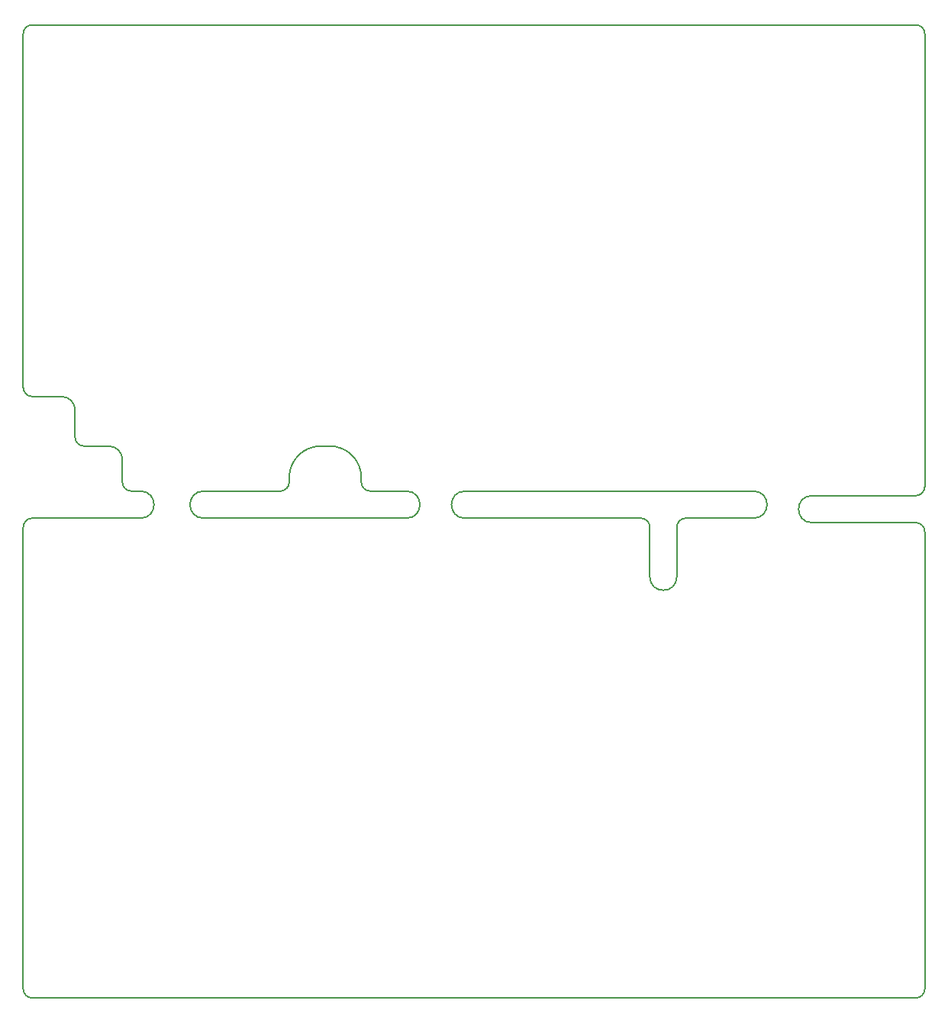
<source format=gm1>
%TF.GenerationSoftware,KiCad,Pcbnew,(5.1.6-rc1-8-gd871a92d1)-1*%
%TF.CreationDate,2020-05-22T14:05:53+02:00*%
%TF.ProjectId,stmbl_4.0,73746d62-6c5f-4342-9e30-2e6b69636164,rev?*%
%TF.SameCoordinates,PXbcd3d80PY2f71ff0*%
%TF.FileFunction,Profile,NP*%
%FSLAX46Y46*%
G04 Gerber Fmt 4.6, Leading zero omitted, Abs format (unit mm)*
G04 Created by KiCad (PCBNEW (5.1.6-rc1-8-gd871a92d1)-1) date 2020-05-22 14:05:53*
%MOMM*%
%LPD*%
G01*
G04 APERTURE LIST*
%TA.AperFunction,Profile*%
%ADD10C,0.150000*%
%TD*%
G04 APERTURE END LIST*
D10*
X-99000000Y-54750000D02*
X-87000000Y-54750000D01*
X-100000000Y-107000000D02*
G75*
G03*
X-99000000Y-108000000I1000000J0D01*
G01*
X-70500000Y-50750000D02*
X-70500000Y-50250000D01*
X-62500000Y-50750000D02*
X-62500000Y-50250000D01*
X-66000000Y-46750000D02*
X-67000000Y-46750000D01*
X-57500000Y-51750000D02*
X-61500000Y-51750000D01*
X-71500000Y-51750000D02*
G75*
G03*
X-70500000Y-50750000I0J1000000D01*
G01*
X-67000000Y-46750000D02*
G75*
G03*
X-70500000Y-50250000I0J-3500000D01*
G01*
X-62500000Y-50250000D02*
G75*
G03*
X-66000000Y-46750000I-3500000J0D01*
G01*
X-62500000Y-50750000D02*
G75*
G03*
X-61500000Y-51750000I1000000J0D01*
G01*
X-88000000Y-51750000D02*
X-87000000Y-51750000D01*
X-26500000Y-54750000D02*
G75*
G03*
X-27500000Y-55750000I0J-1000000D01*
G01*
X-30500000Y-55750000D02*
G75*
G03*
X-31500000Y-54750000I-1000000J0D01*
G01*
X-26500000Y-54750000D02*
X-19000000Y-54750000D01*
X-27500000Y-61250000D02*
X-27500000Y-55750000D01*
X-30500000Y-61250000D02*
X-30500000Y-55750000D01*
X-30500000Y-61250000D02*
G75*
G03*
X-27500000Y-61250000I1500000J0D01*
G01*
X-94250000Y-42750000D02*
G75*
G03*
X-95750000Y-41250000I-1500000J0D01*
G01*
X-89000000Y-48250000D02*
G75*
G03*
X-90500000Y-46750000I-1500000J0D01*
G01*
X-87000000Y-54750000D02*
G75*
G03*
X-87000000Y-51750000I0J1500000D01*
G01*
X-99000000Y-54750000D02*
G75*
G03*
X-100000000Y-55750000I0J-1000000D01*
G01*
X-89000000Y-50750000D02*
G75*
G03*
X-88000000Y-51750000I1000000J0D01*
G01*
X-94250000Y-45750000D02*
G75*
G03*
X-93250000Y-46750000I1000000J0D01*
G01*
X0Y-56250000D02*
G75*
G03*
X-1000000Y-55250000I-1000000J0D01*
G01*
X0Y-1000000D02*
G75*
G03*
X-1000000Y0I-1000000J0D01*
G01*
X-99000000Y0D02*
G75*
G03*
X-100000000Y-1000000I0J-1000000D01*
G01*
X-100000000Y-40250000D02*
G75*
G03*
X-99000000Y-41250000I1000000J0D01*
G01*
X-1000000Y-108000000D02*
G75*
G03*
X0Y-107000000I0J1000000D01*
G01*
X-1000000Y-52250000D02*
G75*
G03*
X0Y-51250000I0J1000000D01*
G01*
X-71500000Y-51750000D02*
X-80000000Y-51750000D01*
X-80000000Y-54750000D02*
X-57500000Y-54750000D01*
X-80000000Y-51750000D02*
G75*
G03*
X-80000000Y-54750000I0J-1500000D01*
G01*
X-12500000Y-55250000D02*
X-1000000Y-55250000D01*
X-12500000Y-52250000D02*
X-1000000Y-52250000D01*
X-19000000Y-54750000D02*
G75*
G03*
X-19000000Y-51750000I0J1500000D01*
G01*
X-12500000Y-52250000D02*
G75*
G03*
X-12500000Y-55250000I0J-1500000D01*
G01*
X-51000000Y-54750000D02*
X-31500000Y-54750000D01*
X-51000000Y-51750000D02*
X-19000000Y-51750000D01*
X-57500000Y-54750000D02*
G75*
G03*
X-57500000Y-51750000I0J1500000D01*
G01*
X-51000000Y-51750000D02*
G75*
G03*
X-51000000Y-54750000I0J-1500000D01*
G01*
X-90500000Y-46750000D02*
X-93250000Y-46750000D01*
X0Y-107000000D02*
X0Y-56250000D01*
X-89000000Y-48250000D02*
X-89000000Y-50750000D01*
X-94250000Y-42750000D02*
X-94250000Y-45750000D01*
X-99000000Y-41250000D02*
X-95750000Y-41250000D01*
X-100000000Y-1000000D02*
X-100000000Y-40250000D01*
X-1000000Y0D02*
X-99000000Y0D01*
X0Y-51250000D02*
X0Y-1000000D01*
X-99000000Y-108000000D02*
X-1000000Y-108000000D01*
X-100000000Y-55750000D02*
X-100000000Y-107000000D01*
M02*

</source>
